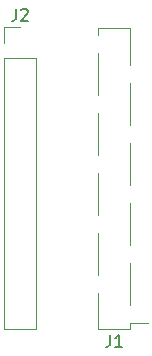
<source format=gbr>
%TF.GenerationSoftware,KiCad,Pcbnew,5.1.12-84ad8e8a86~92~ubuntu18.04.1*%
%TF.CreationDate,2021-11-26T14:22:32-05:00*%
%TF.ProjectId,test,74657374-2e6b-4696-9361-645f70636258,rev?*%
%TF.SameCoordinates,Original*%
%TF.FileFunction,Legend,Top*%
%TF.FilePolarity,Positive*%
%FSLAX46Y46*%
G04 Gerber Fmt 4.6, Leading zero omitted, Abs format (unit mm)*
G04 Created by KiCad (PCBNEW 5.1.12-84ad8e8a86~92~ubuntu18.04.1) date 2021-11-26 14:22:32*
%MOMM*%
%LPD*%
G01*
G04 APERTURE LIST*
%ADD10C,0.120000*%
%ADD11C,0.150000*%
G04 APERTURE END LIST*
D10*
%TO.C,J1*%
X14669000Y-1653000D02*
X14669000Y1457000D01*
X14669000Y-6733000D02*
X14669000Y-3173000D01*
X14669000Y-11813000D02*
X14669000Y-8253000D01*
X14669000Y-16893000D02*
X14669000Y-13333000D01*
X14669000Y-21973000D02*
X14669000Y-18413000D01*
X12009000Y-4193000D02*
X12009000Y-633000D01*
X12009000Y-9273000D02*
X12009000Y-5713000D01*
X12009000Y-14353000D02*
X12009000Y-10793000D01*
X12009000Y-19433000D02*
X12009000Y-15873000D01*
X12009000Y887000D02*
X12009000Y1457000D01*
X14669000Y-24063000D02*
X14669000Y-23493000D01*
X14669000Y-23493000D02*
X16189000Y-23493000D01*
X12009000Y-24063000D02*
X12009000Y-20953000D01*
X14669000Y1457000D02*
X12009000Y1457000D01*
X14669000Y-24063000D02*
X12009000Y-24063000D01*
%TO.C,J2*%
X4051001Y1536999D02*
X5381001Y1536999D01*
X4051001Y206999D02*
X4051001Y1536999D01*
X4051001Y-1063001D02*
X6711001Y-1063001D01*
X6711001Y-1063001D02*
X6711001Y-23983001D01*
X4051001Y-1063001D02*
X4051001Y-23983001D01*
X4051001Y-23983001D02*
X6711001Y-23983001D01*
%TO.C,J1*%
D11*
X13005666Y-24515380D02*
X13005666Y-25229666D01*
X12958047Y-25372523D01*
X12862809Y-25467761D01*
X12719952Y-25515380D01*
X12624714Y-25515380D01*
X14005666Y-25515380D02*
X13434238Y-25515380D01*
X13719952Y-25515380D02*
X13719952Y-24515380D01*
X13624714Y-24658238D01*
X13529476Y-24753476D01*
X13434238Y-24801095D01*
%TO.C,J2*%
X5047667Y3084618D02*
X5047667Y2370332D01*
X5000048Y2227475D01*
X4904810Y2132237D01*
X4761953Y2084618D01*
X4666715Y2084618D01*
X5476239Y2989379D02*
X5523858Y3036999D01*
X5619096Y3084618D01*
X5857191Y3084618D01*
X5952429Y3036999D01*
X6000048Y2989379D01*
X6047667Y2894141D01*
X6047667Y2798903D01*
X6000048Y2656046D01*
X5428620Y2084618D01*
X6047667Y2084618D01*
%TD*%
M02*

</source>
